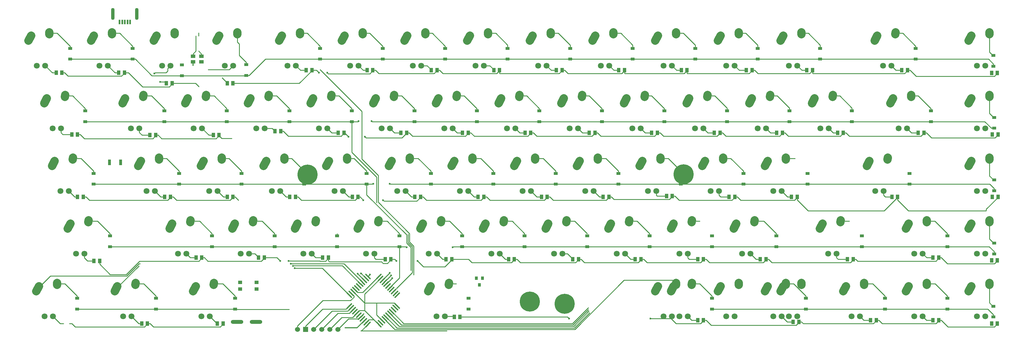
<source format=gbr>
G04 #@! TF.FileFunction,Copper,L2,Bot,Signal*
%FSLAX46Y46*%
G04 Gerber Fmt 4.6, Leading zero omitted, Abs format (unit mm)*
G04 Created by KiCad (PCBNEW (2016-11-25 revision 30df041)-makepkg) date 12/11/16 19:09:30*
%MOMM*%
%LPD*%
G01*
G04 APERTURE LIST*
%ADD10C,0.100000*%
%ADD11C,1.800000*%
%ADD12C,2.500000*%
%ADD13C,2.500000*%
%ADD14C,6.100000*%
%ADD15C,1.524000*%
%ADD16R,1.524000X1.524000*%
%ADD17R,1.250000X1.000000*%
%ADD18R,1.220000X0.910000*%
%ADD19O,1.100000X3.600000*%
%ADD20R,0.500000X1.400000*%
%ADD21C,0.400000*%
%ADD22C,0.400000*%
%ADD23O,3.800000X1.200000*%
%ADD24R,1.400000X1.100000*%
%ADD25R,1.100000X1.400000*%
%ADD26R,0.900000X1.000000*%
%ADD27R,0.900000X1.700000*%
%ADD28C,0.600000*%
%ADD29C,0.250000*%
%ADD30C,0.300000*%
G04 APERTURE END LIST*
D10*
D11*
X58420000Y-33655000D03*
X55880000Y-33655000D03*
D12*
X59670000Y-23785000D03*
D13*
X59689724Y-23495672D02*
X59650276Y-24074328D01*
D12*
X53745000Y-25305000D03*
D13*
X54150453Y-24575046D02*
X53339547Y-26034954D01*
D11*
X15557500Y-33655000D03*
X13017500Y-33655000D03*
D12*
X16807500Y-23785000D03*
D13*
X16827224Y-23495672D02*
X16787776Y-24074328D01*
D12*
X10882500Y-25305000D03*
D13*
X11287953Y-24575046D02*
X10477047Y-26034954D01*
D12*
X34695000Y-25305000D03*
D13*
X35100453Y-24575046D02*
X34289547Y-26034954D01*
D12*
X40620000Y-23785000D03*
D13*
X40639724Y-23495672D02*
X40600276Y-24074328D01*
D11*
X36830000Y-33655000D03*
X39370000Y-33655000D03*
D14*
X168700000Y-87000000D03*
X158100000Y-86350000D03*
X204800000Y-47650000D03*
D15*
X99750000Y-94800000D03*
X94850000Y-94800000D03*
X92400000Y-94800000D03*
D16*
X89950000Y-94800000D03*
D15*
X97300000Y-94800000D03*
X87500000Y-94800000D03*
D14*
X90500000Y-47700000D03*
D17*
X75000000Y-82500000D03*
X75000000Y-80500000D03*
X70000000Y-82500000D03*
X70000000Y-80500000D03*
D18*
X18350000Y-12635000D03*
X18350000Y-9365000D03*
X37350000Y-12635000D03*
X37350000Y-9365000D03*
X52324000Y-17637000D03*
X52324000Y-14367000D03*
X71900000Y-17585000D03*
X71900000Y-14315000D03*
X94350000Y-12635000D03*
X94350000Y-9365000D03*
X113350000Y-12635000D03*
X113350000Y-9365000D03*
X132350000Y-12635000D03*
X132350000Y-9365000D03*
X151350000Y-12635000D03*
X151350000Y-9365000D03*
X170350000Y-12635000D03*
X170350000Y-9365000D03*
X189350000Y-12635000D03*
X189350000Y-9365000D03*
X208350000Y-12635000D03*
X208350000Y-9365000D03*
X227350000Y-12635000D03*
X227350000Y-9365000D03*
X246350000Y-12635000D03*
X246350000Y-9365000D03*
X275350000Y-12635000D03*
X275350000Y-9365000D03*
X299000000Y-14800000D03*
X299000000Y-11530000D03*
X23000000Y-31635000D03*
X23000000Y-28365000D03*
X47000000Y-31635000D03*
X47000000Y-28365000D03*
X66000000Y-31635000D03*
X66000000Y-28365000D03*
X85000000Y-31635000D03*
X85000000Y-28365000D03*
X104000000Y-31635000D03*
X104000000Y-28365000D03*
X123000000Y-31635000D03*
X123000000Y-28365000D03*
X142000000Y-31635000D03*
X142000000Y-28365000D03*
X161000000Y-31635000D03*
X161000000Y-28365000D03*
X180000000Y-31635000D03*
X180000000Y-28365000D03*
X199000000Y-31635000D03*
X199000000Y-28365000D03*
X218000000Y-31635000D03*
X218000000Y-28365000D03*
X237000000Y-31635000D03*
X237000000Y-28365000D03*
X256000000Y-31635000D03*
X256000000Y-28365000D03*
X280000000Y-31635000D03*
X280000000Y-28365000D03*
X299200000Y-33635000D03*
X299200000Y-30365000D03*
X25500000Y-50635000D03*
X25500000Y-47365000D03*
X51500000Y-50635000D03*
X51500000Y-47365000D03*
X70500000Y-50635000D03*
X70500000Y-47365000D03*
X89500000Y-50635000D03*
X89500000Y-47365000D03*
X108500000Y-50635000D03*
X108500000Y-47365000D03*
X128000000Y-50635000D03*
X128000000Y-47365000D03*
X147000000Y-50635000D03*
X147000000Y-47365000D03*
X166000000Y-50635000D03*
X166000000Y-47365000D03*
X185000000Y-50635000D03*
X185000000Y-47365000D03*
X204000000Y-50635000D03*
X204000000Y-47365000D03*
X223000000Y-50635000D03*
X223000000Y-47365000D03*
X242500000Y-50635000D03*
X242500000Y-47365000D03*
X273500000Y-50635000D03*
X273500000Y-47365000D03*
D19*
X38650000Y1100000D03*
D20*
X33400000Y-1300000D03*
X34200000Y-1300000D03*
X35000000Y-1300000D03*
X35800000Y-1300000D03*
X36600000Y-1300000D03*
D19*
X31350000Y1100000D03*
D21*
X108873654Y-93283200D03*
D22*
X108237258Y-93919596D02*
X109510050Y-92646804D01*
D21*
X108307969Y-92717514D03*
D22*
X107671573Y-93353910D02*
X108944365Y-92081118D01*
D21*
X107742284Y-92151829D03*
D22*
X107105888Y-92788225D02*
X108378680Y-91515433D01*
D21*
X107176598Y-91586144D03*
D22*
X106540202Y-92222540D02*
X107812994Y-90949748D01*
D21*
X106610913Y-91020458D03*
D22*
X105974517Y-91656854D02*
X107247309Y-90384062D01*
D21*
X106045227Y-90454773D03*
D22*
X105408831Y-91091169D02*
X106681623Y-89818377D01*
D21*
X105479542Y-89889087D03*
D22*
X104843146Y-90525483D02*
X106115938Y-89252691D01*
D21*
X104913856Y-89323402D03*
D22*
X104277460Y-89959798D02*
X105550252Y-88687006D01*
D21*
X104348171Y-88757716D03*
D22*
X103711775Y-89394112D02*
X104984567Y-88121320D01*
D21*
X103782486Y-88192031D03*
D22*
X103146090Y-88828427D02*
X104418882Y-87555635D01*
D21*
X103216800Y-87626346D03*
D22*
X102580404Y-88262742D02*
X103853196Y-86989950D01*
D21*
X103216800Y-84373654D03*
D22*
X102580404Y-83737258D02*
X103853196Y-85010050D01*
D21*
X103782486Y-83807969D03*
D22*
X103146090Y-83171573D02*
X104418882Y-84444365D01*
D21*
X104348171Y-83242284D03*
D22*
X103711775Y-82605888D02*
X104984567Y-83878680D01*
D21*
X104913856Y-82676598D03*
D22*
X104277460Y-82040202D02*
X105550252Y-83312994D01*
D21*
X105479542Y-82110913D03*
D22*
X104843146Y-81474517D02*
X106115938Y-82747309D01*
D21*
X106045227Y-81545227D03*
D22*
X105408831Y-80908831D02*
X106681623Y-82181623D01*
D21*
X106610913Y-80979542D03*
D22*
X105974517Y-80343146D02*
X107247309Y-81615938D01*
D21*
X107176598Y-80413856D03*
D22*
X106540202Y-79777460D02*
X107812994Y-81050252D01*
D21*
X107742284Y-79848171D03*
D22*
X107105888Y-79211775D02*
X108378680Y-80484567D01*
D21*
X108307969Y-79282486D03*
D22*
X107671573Y-78646090D02*
X108944365Y-79918882D01*
D21*
X108873654Y-78716800D03*
D22*
X108237258Y-78080404D02*
X109510050Y-79353196D01*
D21*
X112126346Y-78716800D03*
D22*
X111489950Y-79353196D02*
X112762742Y-78080404D01*
D21*
X112692031Y-79282486D03*
D22*
X112055635Y-79918882D02*
X113328427Y-78646090D01*
D21*
X113257716Y-79848171D03*
D22*
X112621320Y-80484567D02*
X113894112Y-79211775D01*
D21*
X113823402Y-80413856D03*
D22*
X113187006Y-81050252D02*
X114459798Y-79777460D01*
D21*
X114389087Y-80979542D03*
D22*
X113752691Y-81615938D02*
X115025483Y-80343146D01*
D21*
X114954773Y-81545227D03*
D22*
X114318377Y-82181623D02*
X115591169Y-80908831D01*
D21*
X115520458Y-82110913D03*
D22*
X114884062Y-82747309D02*
X116156854Y-81474517D01*
D21*
X116086144Y-82676598D03*
D22*
X115449748Y-83312994D02*
X116722540Y-82040202D01*
D21*
X116651829Y-83242284D03*
D22*
X116015433Y-83878680D02*
X117288225Y-82605888D01*
D21*
X117217514Y-83807969D03*
D22*
X116581118Y-84444365D02*
X117853910Y-83171573D01*
D21*
X117783200Y-84373654D03*
D22*
X117146804Y-85010050D02*
X118419596Y-83737258D01*
D21*
X117783200Y-87626346D03*
D22*
X117146804Y-86989950D02*
X118419596Y-88262742D01*
D21*
X117217514Y-88192031D03*
D22*
X116581118Y-87555635D02*
X117853910Y-88828427D01*
D21*
X116651829Y-88757716D03*
D22*
X116015433Y-88121320D02*
X117288225Y-89394112D01*
D21*
X116086144Y-89323402D03*
D22*
X115449748Y-88687006D02*
X116722540Y-89959798D01*
D21*
X115520458Y-89889087D03*
D22*
X114884062Y-89252691D02*
X116156854Y-90525483D01*
D21*
X114954773Y-90454773D03*
D22*
X114318377Y-89818377D02*
X115591169Y-91091169D01*
D21*
X114389087Y-91020458D03*
D22*
X113752691Y-90384062D02*
X115025483Y-91656854D01*
D21*
X113823402Y-91586144D03*
D22*
X113187006Y-90949748D02*
X114459798Y-92222540D01*
D21*
X113257716Y-92151829D03*
D22*
X112621320Y-91515433D02*
X113894112Y-92788225D01*
D21*
X112692031Y-92717514D03*
D22*
X112055635Y-92081118D02*
X113328427Y-93353910D01*
D21*
X112126346Y-93283200D03*
D22*
X111489950Y-92646804D02*
X112762742Y-93919596D01*
D23*
X74900000Y-92500000D03*
X69100000Y-92500000D03*
D18*
X299200000Y-52635000D03*
X299200000Y-49365000D03*
X30500000Y-69635000D03*
X30500000Y-66365000D03*
X61500000Y-69635000D03*
X61500000Y-66365000D03*
X80500000Y-69635000D03*
X80500000Y-66365000D03*
X99500000Y-69635000D03*
X99500000Y-66365000D03*
X118500000Y-69635000D03*
X118500000Y-66365000D03*
X137500000Y-69635000D03*
X137500000Y-66365000D03*
X156500000Y-69635000D03*
X156500000Y-66365000D03*
X175500000Y-69635000D03*
X175500000Y-66365000D03*
X194500000Y-69635000D03*
X194500000Y-66365000D03*
X213500000Y-69635000D03*
X213500000Y-66365000D03*
X233000000Y-69635000D03*
X233000000Y-66365000D03*
X259000000Y-69635000D03*
X259000000Y-66365000D03*
X285000000Y-69635000D03*
X285000000Y-66365000D03*
X299200000Y-71835000D03*
X299200000Y-68565000D03*
X20500000Y-88635000D03*
X20500000Y-85365000D03*
X44500000Y-88635000D03*
X44500000Y-85365000D03*
X68500000Y-88635000D03*
X68500000Y-85365000D03*
X139500000Y-88635000D03*
X139500000Y-85365000D03*
X213500000Y-88635000D03*
X213500000Y-85365000D03*
X242000000Y-88635000D03*
X242000000Y-85365000D03*
X266000000Y-88635000D03*
X266000000Y-85365000D03*
X285000000Y-88635000D03*
X285000000Y-85365000D03*
X299000000Y-91035000D03*
X299000000Y-87765000D03*
D24*
X58296000Y-13475000D03*
X58296000Y-11725000D03*
X55696000Y-11725000D03*
X55696000Y-13475000D03*
D11*
X10795000Y-14605000D03*
X8255000Y-14605000D03*
D12*
X12045000Y-4735000D03*
D13*
X12064724Y-4445672D02*
X12025276Y-5024328D01*
D12*
X6120000Y-6255000D03*
D13*
X6525453Y-5525046D02*
X5714547Y-6984954D01*
D11*
X29845000Y-14605000D03*
X27305000Y-14605000D03*
D12*
X31095000Y-4735000D03*
D13*
X31114724Y-4445672D02*
X31075276Y-5024328D01*
D12*
X25170000Y-6255000D03*
D13*
X25575453Y-5525046D02*
X24764547Y-6984954D01*
D12*
X44220000Y-6255000D03*
D13*
X44625453Y-5525046D02*
X43814547Y-6984954D01*
D12*
X50145000Y-4735000D03*
D13*
X50164724Y-4445672D02*
X50125276Y-5024328D01*
D11*
X46355000Y-14605000D03*
X48895000Y-14605000D03*
X67945000Y-14605000D03*
X65405000Y-14605000D03*
D12*
X69195000Y-4735000D03*
D13*
X69214724Y-4445672D02*
X69175276Y-5024328D01*
D12*
X63270000Y-6255000D03*
D13*
X63675453Y-5525046D02*
X62864547Y-6984954D01*
D12*
X82320000Y-6255000D03*
D13*
X82725453Y-5525046D02*
X81914547Y-6984954D01*
D12*
X88245000Y-4735000D03*
D13*
X88264724Y-4445672D02*
X88225276Y-5024328D01*
D11*
X84455000Y-14605000D03*
X86995000Y-14605000D03*
X106045000Y-14605000D03*
X103505000Y-14605000D03*
D12*
X107295000Y-4735000D03*
D13*
X107314724Y-4445672D02*
X107275276Y-5024328D01*
D12*
X101370000Y-6255000D03*
D13*
X101775453Y-5525046D02*
X100964547Y-6984954D01*
D12*
X120420000Y-6255000D03*
D13*
X120825453Y-5525046D02*
X120014547Y-6984954D01*
D12*
X126345000Y-4735000D03*
D13*
X126364724Y-4445672D02*
X126325276Y-5024328D01*
D11*
X122555000Y-14605000D03*
X125095000Y-14605000D03*
X144145000Y-14605000D03*
X141605000Y-14605000D03*
D12*
X145395000Y-4735000D03*
D13*
X145414724Y-4445672D02*
X145375276Y-5024328D01*
D12*
X139470000Y-6255000D03*
D13*
X139875453Y-5525046D02*
X139064547Y-6984954D01*
D12*
X158520000Y-6255000D03*
D13*
X158925453Y-5525046D02*
X158114547Y-6984954D01*
D12*
X164445000Y-4735000D03*
D13*
X164464724Y-4445672D02*
X164425276Y-5024328D01*
D11*
X160655000Y-14605000D03*
X163195000Y-14605000D03*
D12*
X177570000Y-6255000D03*
D13*
X177975453Y-5525046D02*
X177164547Y-6984954D01*
D12*
X183495000Y-4735000D03*
D13*
X183514724Y-4445672D02*
X183475276Y-5024328D01*
D11*
X179705000Y-14605000D03*
X182245000Y-14605000D03*
D12*
X196620000Y-6255000D03*
D13*
X197025453Y-5525046D02*
X196214547Y-6984954D01*
D12*
X202545000Y-4735000D03*
D13*
X202564724Y-4445672D02*
X202525276Y-5024328D01*
D11*
X198755000Y-14605000D03*
X201295000Y-14605000D03*
X220345000Y-14605000D03*
X217805000Y-14605000D03*
D12*
X221595000Y-4735000D03*
D13*
X221614724Y-4445672D02*
X221575276Y-5024328D01*
D12*
X215670000Y-6255000D03*
D13*
X216075453Y-5525046D02*
X215264547Y-6984954D01*
D12*
X234720000Y-6255000D03*
D13*
X235125453Y-5525046D02*
X234314547Y-6984954D01*
D12*
X240645000Y-4735000D03*
D13*
X240664724Y-4445672D02*
X240625276Y-5024328D01*
D11*
X236855000Y-14605000D03*
X239395000Y-14605000D03*
D12*
X263295000Y-6255000D03*
D13*
X263700453Y-5525046D02*
X262889547Y-6984954D01*
D12*
X269220000Y-4735000D03*
D13*
X269239724Y-4445672D02*
X269200276Y-5024328D01*
D11*
X265430000Y-14605000D03*
X267970000Y-14605000D03*
X296545000Y-14605000D03*
X294005000Y-14605000D03*
D12*
X297795000Y-4735000D03*
D13*
X297814724Y-4445672D02*
X297775276Y-5024328D01*
D12*
X291870000Y-6255000D03*
D13*
X292275453Y-5525046D02*
X291464547Y-6984954D01*
D25*
X14125000Y-16750000D03*
X15875000Y-16750000D03*
X34875000Y-16750000D03*
X33125000Y-16750000D03*
X47625000Y-20000000D03*
X49375000Y-20000000D03*
X67875000Y-20000000D03*
X66125000Y-20000000D03*
X90125000Y-16000000D03*
X91875000Y-16000000D03*
X110375000Y-16000000D03*
X108625000Y-16000000D03*
X128125000Y-16000000D03*
X129875000Y-16000000D03*
X147125000Y-16000000D03*
X148875000Y-16000000D03*
X167875000Y-16000000D03*
X166125000Y-16000000D03*
X186875000Y-16000000D03*
X185125000Y-16000000D03*
X205875000Y-16000000D03*
X204125000Y-16000000D03*
X223875000Y-16000000D03*
X225625000Y-16000000D03*
X244000000Y-16000000D03*
X242250000Y-16000000D03*
X272875000Y-16000000D03*
X271125000Y-16000000D03*
X298425000Y-16800000D03*
X300175000Y-16800000D03*
D12*
X72795000Y-25305000D03*
D13*
X73200453Y-24575046D02*
X72389547Y-26034954D01*
D12*
X78720000Y-23785000D03*
D13*
X78739724Y-23495672D02*
X78700276Y-24074328D01*
D11*
X74930000Y-33655000D03*
X77470000Y-33655000D03*
X96520000Y-33655000D03*
X93980000Y-33655000D03*
D12*
X97770000Y-23785000D03*
D13*
X97789724Y-23495672D02*
X97750276Y-24074328D01*
D12*
X91845000Y-25305000D03*
D13*
X92250453Y-24575046D02*
X91439547Y-26034954D01*
D12*
X110895000Y-25305000D03*
D13*
X111300453Y-24575046D02*
X110489547Y-26034954D01*
D12*
X116820000Y-23785000D03*
D13*
X116839724Y-23495672D02*
X116800276Y-24074328D01*
D11*
X113030000Y-33655000D03*
X115570000Y-33655000D03*
X134620000Y-33655000D03*
X132080000Y-33655000D03*
D12*
X135870000Y-23785000D03*
D13*
X135889724Y-23495672D02*
X135850276Y-24074328D01*
D12*
X129945000Y-25305000D03*
D13*
X130350453Y-24575046D02*
X129539547Y-26034954D01*
D12*
X148995000Y-25305000D03*
D13*
X149400453Y-24575046D02*
X148589547Y-26034954D01*
D12*
X154920000Y-23785000D03*
D13*
X154939724Y-23495672D02*
X154900276Y-24074328D01*
D11*
X151130000Y-33655000D03*
X153670000Y-33655000D03*
D12*
X168045000Y-25305000D03*
D13*
X168450453Y-24575046D02*
X167639547Y-26034954D01*
D12*
X173970000Y-23785000D03*
D13*
X173989724Y-23495672D02*
X173950276Y-24074328D01*
D11*
X170180000Y-33655000D03*
X172720000Y-33655000D03*
D12*
X187095000Y-25305000D03*
D13*
X187500453Y-24575046D02*
X186689547Y-26034954D01*
D12*
X193020000Y-23785000D03*
D13*
X193039724Y-23495672D02*
X193000276Y-24074328D01*
D11*
X189230000Y-33655000D03*
X191770000Y-33655000D03*
D12*
X206145000Y-25305000D03*
D13*
X206550453Y-24575046D02*
X205739547Y-26034954D01*
D12*
X212070000Y-23785000D03*
D13*
X212089724Y-23495672D02*
X212050276Y-24074328D01*
D11*
X208280000Y-33655000D03*
X210820000Y-33655000D03*
X229870000Y-33655000D03*
X227330000Y-33655000D03*
D12*
X231120000Y-23785000D03*
D13*
X231139724Y-23495672D02*
X231100276Y-24074328D01*
D12*
X225195000Y-25305000D03*
D13*
X225600453Y-24575046D02*
X224789547Y-26034954D01*
D11*
X248920000Y-33655000D03*
X246380000Y-33655000D03*
D12*
X250170000Y-23785000D03*
D13*
X250189724Y-23495672D02*
X250150276Y-24074328D01*
D12*
X244245000Y-25305000D03*
D13*
X244650453Y-24575046D02*
X243839547Y-26034954D01*
D12*
X268057500Y-25305000D03*
D13*
X268462953Y-24575046D02*
X267652047Y-26034954D01*
D12*
X273982500Y-23785000D03*
D13*
X274002224Y-23495672D02*
X273962776Y-24074328D01*
D11*
X270192500Y-33655000D03*
X272732500Y-33655000D03*
X296545000Y-33655000D03*
X294005000Y-33655000D03*
D12*
X297795000Y-23785000D03*
D13*
X297814724Y-23495672D02*
X297775276Y-24074328D01*
D12*
X291870000Y-25305000D03*
D13*
X292275453Y-24575046D02*
X291464547Y-26034954D01*
D25*
X18875000Y-35500000D03*
X20625000Y-35500000D03*
X42625000Y-35750000D03*
X44375000Y-35750000D03*
X61875000Y-35750000D03*
X63625000Y-35750000D03*
X82375000Y-34500000D03*
X80625000Y-34500000D03*
X99875000Y-35000000D03*
X101625000Y-35000000D03*
X120625000Y-35000000D03*
X118875000Y-35000000D03*
X137625000Y-35000000D03*
X139375000Y-35000000D03*
X158375000Y-35000000D03*
X156625000Y-35000000D03*
X176125000Y-35000000D03*
X177875000Y-35000000D03*
X196875000Y-35000000D03*
X195125000Y-35000000D03*
X214125000Y-35000000D03*
X215875000Y-35000000D03*
X234875000Y-35000000D03*
X233125000Y-35000000D03*
X251625000Y-35000000D03*
X253375000Y-35000000D03*
X277875000Y-35000000D03*
X276125000Y-35000000D03*
X298625000Y-35500000D03*
X300375000Y-35500000D03*
D11*
X17938750Y-52705000D03*
X15398750Y-52705000D03*
D12*
X19188750Y-42835000D03*
D13*
X19208474Y-42545672D02*
X19169026Y-43124328D01*
D12*
X13263750Y-44355000D03*
D13*
X13669203Y-43625046D02*
X12858297Y-45084954D01*
D12*
X39457400Y-44355000D03*
D13*
X39862853Y-43625046D02*
X39051947Y-45084954D01*
D12*
X45382400Y-42835000D03*
D13*
X45402124Y-42545672D02*
X45362676Y-43124328D01*
D11*
X41592400Y-52705000D03*
X44132400Y-52705000D03*
X63182400Y-52705000D03*
X60642400Y-52705000D03*
D12*
X64432400Y-42835000D03*
D13*
X64452124Y-42545672D02*
X64412676Y-43124328D01*
D12*
X58507400Y-44355000D03*
D13*
X58912853Y-43625046D02*
X58101947Y-45084954D01*
D12*
X77557400Y-44355000D03*
D13*
X77962853Y-43625046D02*
X77151947Y-45084954D01*
D12*
X83482400Y-42835000D03*
D13*
X83502124Y-42545672D02*
X83462676Y-43124328D01*
D11*
X79692400Y-52705000D03*
X82232400Y-52705000D03*
D12*
X96607400Y-44355000D03*
D13*
X97012853Y-43625046D02*
X96201947Y-45084954D01*
D12*
X102532400Y-42835000D03*
D13*
X102552124Y-42545672D02*
X102512676Y-43124328D01*
D11*
X98742400Y-52705000D03*
X101282400Y-52705000D03*
X120332400Y-52705000D03*
X117792400Y-52705000D03*
D12*
X121582400Y-42835000D03*
D13*
X121602124Y-42545672D02*
X121562676Y-43124328D01*
D12*
X115657400Y-44355000D03*
D13*
X116062853Y-43625046D02*
X115251947Y-45084954D01*
D12*
X134707400Y-44355000D03*
D13*
X135112853Y-43625046D02*
X134301947Y-45084954D01*
D12*
X140632400Y-42835000D03*
D13*
X140652124Y-42545672D02*
X140612676Y-43124328D01*
D11*
X136842400Y-52705000D03*
X139382400Y-52705000D03*
X158432400Y-52705000D03*
X155892400Y-52705000D03*
D12*
X159682400Y-42835000D03*
D13*
X159702124Y-42545672D02*
X159662676Y-43124328D01*
D12*
X153757400Y-44355000D03*
D13*
X154162853Y-43625046D02*
X153351947Y-45084954D01*
D12*
X172807400Y-44355000D03*
D13*
X173212853Y-43625046D02*
X172401947Y-45084954D01*
D12*
X178732400Y-42835000D03*
D13*
X178752124Y-42545672D02*
X178712676Y-43124328D01*
D11*
X174942400Y-52705000D03*
X177482400Y-52705000D03*
X196532400Y-52705000D03*
X193992400Y-52705000D03*
D12*
X197782400Y-42835000D03*
D13*
X197802124Y-42545672D02*
X197762676Y-43124328D01*
D12*
X191857400Y-44355000D03*
D13*
X192262853Y-43625046D02*
X191451947Y-45084954D01*
D12*
X210907400Y-44355000D03*
D13*
X211312853Y-43625046D02*
X210501947Y-45084954D01*
D12*
X216832400Y-42835000D03*
D13*
X216852124Y-42545672D02*
X216812676Y-43124328D01*
D11*
X213042400Y-52705000D03*
X215582400Y-52705000D03*
X234632400Y-52705000D03*
X232092400Y-52705000D03*
D12*
X235882400Y-42835000D03*
D13*
X235902124Y-42545672D02*
X235862676Y-43124328D01*
D12*
X229957400Y-44355000D03*
D13*
X230362853Y-43625046D02*
X229551947Y-45084954D01*
D11*
X265588650Y-52705000D03*
X263048650Y-52705000D03*
D12*
X266838650Y-42835000D03*
D13*
X266858374Y-42545672D02*
X266818926Y-43124328D01*
D12*
X260913650Y-44355000D03*
D13*
X261319103Y-43625046D02*
X260508197Y-45084954D01*
D11*
X296545000Y-52705000D03*
X294005000Y-52705000D03*
D12*
X297795000Y-42835000D03*
D13*
X297814724Y-42545672D02*
X297775276Y-43124328D01*
D12*
X291870000Y-44355000D03*
D13*
X292275453Y-43625046D02*
X291464547Y-45084954D01*
D25*
X22375000Y-54500000D03*
X20625000Y-54500000D03*
X47125000Y-54500000D03*
X48875000Y-54500000D03*
X67875000Y-54500000D03*
X66125000Y-54500000D03*
X85125000Y-54500000D03*
X86875000Y-54500000D03*
X105875000Y-54500000D03*
X104125000Y-54500000D03*
X124875000Y-54500000D03*
X123125000Y-54500000D03*
X142375000Y-54500000D03*
X144125000Y-54500000D03*
X161625000Y-54500000D03*
X163375000Y-54500000D03*
X182125000Y-54500000D03*
X180375000Y-54500000D03*
X199625000Y-54250000D03*
X201375000Y-54250000D03*
X220375000Y-54500000D03*
X218625000Y-54500000D03*
X237625000Y-54500000D03*
X239375000Y-54500000D03*
X269875000Y-54500000D03*
X268125000Y-54500000D03*
X298625000Y-54500000D03*
X300375000Y-54500000D03*
D12*
X18026250Y-63405000D03*
D13*
X18431703Y-62675046D02*
X17620797Y-64134954D01*
D12*
X23951250Y-61885000D03*
D13*
X23970974Y-61595672D02*
X23931526Y-62174328D01*
D11*
X20161250Y-71755000D03*
X22701250Y-71755000D03*
X53657500Y-71755000D03*
X51117500Y-71755000D03*
D12*
X54907500Y-61885000D03*
D13*
X54927224Y-61595672D02*
X54887776Y-62174328D01*
D12*
X48982500Y-63405000D03*
D13*
X49387953Y-62675046D02*
X48577047Y-64134954D01*
D12*
X68032500Y-63405000D03*
D13*
X68437953Y-62675046D02*
X67627047Y-64134954D01*
D12*
X73957500Y-61885000D03*
D13*
X73977224Y-61595672D02*
X73937776Y-62174328D01*
D11*
X70167500Y-71755000D03*
X72707500Y-71755000D03*
X91757500Y-71755000D03*
X89217500Y-71755000D03*
D12*
X93007500Y-61885000D03*
D13*
X93027224Y-61595672D02*
X92987776Y-62174328D01*
D12*
X87082500Y-63405000D03*
D13*
X87487953Y-62675046D02*
X86677047Y-64134954D01*
D12*
X106132500Y-63405000D03*
D13*
X106537953Y-62675046D02*
X105727047Y-64134954D01*
D12*
X112057500Y-61885000D03*
D13*
X112077224Y-61595672D02*
X112037776Y-62174328D01*
D11*
X108267500Y-71755000D03*
X110807500Y-71755000D03*
X129857500Y-71755000D03*
X127317500Y-71755000D03*
D12*
X131107500Y-61885000D03*
D13*
X131127224Y-61595672D02*
X131087776Y-62174328D01*
D12*
X125182500Y-63405000D03*
D13*
X125587953Y-62675046D02*
X124777047Y-64134954D01*
D12*
X144232500Y-63405000D03*
D13*
X144637953Y-62675046D02*
X143827047Y-64134954D01*
D12*
X150157500Y-61885000D03*
D13*
X150177224Y-61595672D02*
X150137776Y-62174328D01*
D11*
X146367500Y-71755000D03*
X148907500Y-71755000D03*
X167957500Y-71755000D03*
X165417500Y-71755000D03*
D12*
X169207500Y-61885000D03*
D13*
X169227224Y-61595672D02*
X169187776Y-62174328D01*
D12*
X163282500Y-63405000D03*
D13*
X163687953Y-62675046D02*
X162877047Y-64134954D01*
D12*
X182332500Y-63405000D03*
D13*
X182737953Y-62675046D02*
X181927047Y-64134954D01*
D12*
X188257500Y-61885000D03*
D13*
X188277224Y-61595672D02*
X188237776Y-62174328D01*
D11*
X184467500Y-71755000D03*
X187007500Y-71755000D03*
X206057500Y-71755000D03*
X203517500Y-71755000D03*
D12*
X207307500Y-61885000D03*
D13*
X207327224Y-61595672D02*
X207287776Y-62174328D01*
D12*
X201382500Y-63405000D03*
D13*
X201787953Y-62675046D02*
X200977047Y-64134954D01*
D12*
X220432500Y-63405000D03*
D13*
X220837953Y-62675046D02*
X220027047Y-64134954D01*
D12*
X226357500Y-61885000D03*
D13*
X226377224Y-61595672D02*
X226337776Y-62174328D01*
D11*
X222567500Y-71755000D03*
X225107500Y-71755000D03*
D12*
X246626250Y-63405000D03*
D13*
X247031703Y-62675046D02*
X246220797Y-64134954D01*
D12*
X252551250Y-61885000D03*
D13*
X252570974Y-61595672D02*
X252531526Y-62174328D01*
D11*
X248761250Y-71755000D03*
X251301250Y-71755000D03*
X277495000Y-71755000D03*
X274955000Y-71755000D03*
D12*
X278745000Y-61885000D03*
D13*
X278764724Y-61595672D02*
X278725276Y-62174328D01*
D12*
X272820000Y-63405000D03*
D13*
X273225453Y-62675046D02*
X272414547Y-64134954D01*
D12*
X291870000Y-63405000D03*
D13*
X292275453Y-62675046D02*
X291464547Y-64134954D01*
D12*
X297795000Y-61885000D03*
D13*
X297814724Y-61595672D02*
X297775276Y-62174328D01*
D11*
X294005000Y-71755000D03*
X296545000Y-71755000D03*
D25*
X25625000Y-74000000D03*
X27375000Y-74000000D03*
X58375000Y-73000000D03*
X56625000Y-73000000D03*
X75625000Y-73000000D03*
X77375000Y-73000000D03*
X96875000Y-73000000D03*
X95125000Y-73000000D03*
X114125000Y-73500000D03*
X115875000Y-73500000D03*
X134375000Y-73500000D03*
X132625000Y-73500000D03*
X151625000Y-73500000D03*
X153375000Y-73500000D03*
X172875000Y-73500000D03*
X171125000Y-73500000D03*
X190125000Y-73500000D03*
X191875000Y-73500000D03*
X210875000Y-73500000D03*
X209125000Y-73500000D03*
X228125000Y-73500000D03*
X229875000Y-73500000D03*
X254625000Y-73500000D03*
X256375000Y-73500000D03*
X280625000Y-73000000D03*
X282375000Y-73000000D03*
X300175000Y-73800000D03*
X298425000Y-73800000D03*
D26*
X141800000Y-79250000D03*
X143700000Y-79250000D03*
X142750000Y-81250000D03*
D11*
X13176250Y-90805000D03*
X10636250Y-90805000D03*
D12*
X14426250Y-80935000D03*
D13*
X14445974Y-80645672D02*
X14406526Y-81224328D01*
D12*
X8501250Y-82455000D03*
D13*
X8906703Y-81725046D02*
X8095797Y-83184954D01*
D12*
X32313750Y-82455000D03*
D13*
X32719203Y-81725046D02*
X31908297Y-83184954D01*
D12*
X38238750Y-80935000D03*
D13*
X38258474Y-80645672D02*
X38219026Y-81224328D01*
D11*
X34448750Y-90805000D03*
X36988750Y-90805000D03*
D12*
X56126250Y-82455000D03*
D13*
X56531703Y-81725046D02*
X55720797Y-83184954D01*
D12*
X62051250Y-80935000D03*
D13*
X62070974Y-80645672D02*
X62031526Y-81224328D01*
D11*
X58261250Y-90805000D03*
X60801250Y-90805000D03*
D12*
X127563750Y-82455000D03*
D13*
X127969203Y-81725046D02*
X127158297Y-83184954D01*
D12*
X133488750Y-80935000D03*
D13*
X133508474Y-80645672D02*
X133469026Y-81224328D01*
D11*
X129698750Y-90805000D03*
X132238750Y-90805000D03*
X206057500Y-90805000D03*
X203517500Y-90805000D03*
D12*
X207307500Y-80935000D03*
D13*
X207327224Y-80645672D02*
X207287776Y-81224328D01*
D12*
X201382500Y-82455000D03*
D13*
X201787953Y-81725046D02*
X200977047Y-83184954D01*
D12*
X253770000Y-82455000D03*
D13*
X254175453Y-81725046D02*
X253364547Y-83184954D01*
D12*
X259695000Y-80935000D03*
D13*
X259714724Y-80645672D02*
X259675276Y-81224328D01*
D11*
X255905000Y-90805000D03*
X258445000Y-90805000D03*
X277495000Y-90805000D03*
X274955000Y-90805000D03*
D12*
X278745000Y-80935000D03*
D13*
X278764724Y-80645672D02*
X278725276Y-81224328D01*
D12*
X272820000Y-82455000D03*
D13*
X273225453Y-81725046D02*
X272414547Y-83184954D01*
D25*
X41875000Y-93000000D03*
X40125000Y-93000000D03*
X63125000Y-93000000D03*
X64875000Y-93000000D03*
X136875000Y-91000000D03*
X135125000Y-91000000D03*
X210875000Y-92000000D03*
X209125000Y-92000000D03*
X238125000Y-92500000D03*
X239875000Y-92500000D03*
X263375000Y-92000000D03*
X261625000Y-92000000D03*
X280625000Y-92000000D03*
X282375000Y-92000000D03*
X300175000Y-93000000D03*
X298425000Y-93000000D03*
D27*
X33700000Y-44000000D03*
X30300000Y-44000000D03*
D12*
X215670000Y-82455000D03*
D13*
X216075453Y-81725046D02*
X215264547Y-83184954D01*
D12*
X221595000Y-80935000D03*
D13*
X221614724Y-80645672D02*
X221575276Y-81224328D01*
D11*
X217805000Y-90805000D03*
X220345000Y-90805000D03*
D12*
X229957500Y-82455000D03*
D13*
X230362953Y-81725046D02*
X229552047Y-83184954D01*
D12*
X235882500Y-80935000D03*
D13*
X235902224Y-80645672D02*
X235862776Y-81224328D01*
D11*
X232092500Y-90805000D03*
X234632500Y-90805000D03*
D12*
X291870000Y-82455000D03*
D13*
X292275453Y-81725046D02*
X291464547Y-83184954D01*
D12*
X297795000Y-80935000D03*
D13*
X297814724Y-80645672D02*
X297775276Y-81224328D01*
D11*
X294005000Y-90805000D03*
X296545000Y-90805000D03*
D12*
X196620000Y-82455000D03*
D13*
X197025453Y-81725046D02*
X196214547Y-83184954D01*
D12*
X202545000Y-80935000D03*
D13*
X202564724Y-80645672D02*
X202525276Y-81224328D01*
D11*
X198755000Y-90805000D03*
X201295000Y-90805000D03*
X239395000Y-90805000D03*
X236855000Y-90805000D03*
D12*
X240645000Y-80935000D03*
D13*
X240664724Y-80645672D02*
X240625276Y-81224328D01*
D12*
X234720000Y-82455000D03*
D13*
X235125453Y-81725046D02*
X234314547Y-83184954D01*
D28*
X109500000Y-78100000D03*
X86650000Y-76200000D03*
X105800000Y-77900000D03*
X110000000Y-31500000D03*
X106000000Y-31500000D03*
X115500000Y-50500000D03*
X110500000Y-50500000D03*
X134620000Y-69850000D03*
X120650000Y-69850000D03*
X85450000Y-74850000D03*
X86100000Y-75500000D03*
X106800000Y-77800000D03*
X115500000Y-77600000D03*
X115900000Y-78400000D03*
X116300000Y-79200000D03*
X45750000Y-19500000D03*
X44000000Y-17000000D03*
X124000000Y-74000000D03*
X117500000Y-74000000D03*
X84750000Y-74000000D03*
X82250000Y-74000000D03*
X113500000Y-55500000D03*
X107500000Y-55500000D03*
X108000000Y-36250000D03*
X103000000Y-36250000D03*
X96500000Y-16750000D03*
X94000000Y-16750000D03*
X170000000Y-91500000D03*
X194750000Y-91500000D03*
D29*
X122820019Y-78205464D02*
X122820019Y-69477199D01*
X122820019Y-69477199D02*
X121550020Y-68207200D01*
X121550020Y-68207200D02*
X121550019Y-65667199D01*
X121550019Y-65667199D02*
X112000000Y-56117180D01*
X112000000Y-56117180D02*
X112000000Y-48000000D01*
X112000000Y-48000000D02*
X107000000Y-43000000D01*
X107000000Y-43000000D02*
X107000000Y-28500000D01*
X107000000Y-28500000D02*
X94350000Y-15850000D01*
X122370010Y-77524103D02*
X117500356Y-82393757D01*
X121100010Y-68393600D02*
X122370010Y-69663600D01*
X121100010Y-65853600D02*
X121100010Y-68393600D01*
X122370010Y-69663600D02*
X122370010Y-77524103D01*
X57396000Y-5550000D02*
X57396000Y-4600000D01*
X97300000Y-94800000D02*
X100934593Y-91165407D01*
X100934593Y-91165407D02*
X104203222Y-91165407D01*
X104203222Y-91165407D02*
X106328069Y-89040560D01*
X111500000Y-86777819D02*
X116934673Y-86777819D01*
X107883706Y-86777819D02*
X111500000Y-86777819D01*
X111500000Y-86777819D02*
X111500000Y-90394113D01*
X111500000Y-90394113D02*
X113257716Y-92151829D01*
X116934673Y-86777819D02*
X117783200Y-87626346D01*
X107883706Y-86777819D02*
X107883706Y-84090811D01*
X107883706Y-84090811D02*
X112692031Y-79282486D01*
X107883706Y-89040560D02*
X107883706Y-86777819D01*
X107883706Y-86777819D02*
X104348171Y-83242284D01*
X110712133Y-91868987D02*
X107883706Y-89040560D01*
X107883706Y-89040560D02*
X106328069Y-89040560D01*
X106328069Y-89040560D02*
X105479542Y-89889087D01*
X108307969Y-92717514D02*
X109156496Y-91868987D01*
X109156496Y-91868987D02*
X110712133Y-91868987D01*
X110712133Y-91868987D02*
X111277819Y-92434673D01*
X111277819Y-92434673D02*
X112126346Y-93283200D01*
X99750000Y-94800000D02*
X102934583Y-91615417D01*
X102934583Y-91615417D02*
X106015954Y-91615417D01*
X106015954Y-91615417D02*
X107631371Y-90000000D01*
X112126346Y-78716800D02*
X107318021Y-83525125D01*
X107318021Y-83525125D02*
X105762383Y-83525125D01*
X105762383Y-83525125D02*
X104913856Y-82676598D01*
X116368987Y-87343504D02*
X117217514Y-88192031D01*
X106610913Y-91020458D02*
X107631371Y-90000000D01*
X109500000Y-78100000D02*
X109490454Y-78100000D01*
X109490454Y-78100000D02*
X108873654Y-78716800D01*
X95043146Y-76200000D02*
X86650000Y-76200000D01*
X95043146Y-76200000D02*
X103216800Y-84373654D01*
X105800000Y-77900000D02*
X107742284Y-79842284D01*
X107742284Y-79842284D02*
X107742284Y-79848171D01*
X95192370Y-86030000D02*
X103575722Y-86030000D01*
X103575722Y-86030000D02*
X104631013Y-84974709D01*
X104631013Y-84974709D02*
X104631013Y-84656496D01*
X104631013Y-84656496D02*
X103782486Y-83807969D01*
X87500000Y-94800000D02*
X87500000Y-93722370D01*
X87500000Y-93722370D02*
X95192370Y-86030000D01*
X58296000Y-11650000D02*
X58296000Y-11050000D01*
X58296000Y-11050000D02*
X57396000Y-10150000D01*
X52324000Y-17637000D02*
X71848000Y-17637000D01*
X71848000Y-17637000D02*
X71900000Y-17585000D01*
X71835000Y-17650000D02*
X71900000Y-17585000D01*
X299000000Y-14800000D02*
X299000000Y-14095000D01*
X299000000Y-14095000D02*
X297540000Y-12635000D01*
X297540000Y-12635000D02*
X276210000Y-12635000D01*
X276210000Y-12635000D02*
X275350000Y-12635000D01*
X94350000Y-12635000D02*
X80518000Y-12635000D01*
X72760000Y-17585000D02*
X77710000Y-12635000D01*
X71900000Y-17585000D02*
X72760000Y-17585000D01*
X77710000Y-12635000D02*
X80518000Y-12635000D01*
X37350000Y-12635000D02*
X38210000Y-12635000D01*
X51464000Y-17637000D02*
X52324000Y-17637000D01*
X38210000Y-12635000D02*
X43212000Y-17637000D01*
X43212000Y-17637000D02*
X51464000Y-17637000D01*
X37350000Y-12635000D02*
X18350000Y-12635000D01*
X113350000Y-12635000D02*
X94350000Y-12635000D01*
X132350000Y-12635000D02*
X113350000Y-12635000D01*
X151350000Y-12635000D02*
X132350000Y-12635000D01*
X170350000Y-12635000D02*
X151350000Y-12635000D01*
X189350000Y-12635000D02*
X170350000Y-12635000D01*
X208350000Y-12635000D02*
X189350000Y-12635000D01*
X227350000Y-12635000D02*
X208350000Y-12635000D01*
X246350000Y-12635000D02*
X227350000Y-12635000D01*
X275350000Y-12635000D02*
X246350000Y-12635000D01*
X12045000Y-4735000D02*
X14425000Y-4735000D01*
X14425000Y-4735000D02*
X18350000Y-8660000D01*
X18350000Y-8660000D02*
X18350000Y-9365000D01*
X31095000Y-4735000D02*
X33425000Y-4735000D01*
X33425000Y-4735000D02*
X37350000Y-8660000D01*
X37350000Y-8660000D02*
X37350000Y-9365000D01*
X69800000Y-8000000D02*
X69800000Y-11510000D01*
X69800000Y-11510000D02*
X71900000Y-13610000D01*
X71900000Y-13610000D02*
X71900000Y-14315000D01*
X69195000Y-7395000D02*
X69800000Y-8000000D01*
X69195000Y-4735000D02*
X69195000Y-7395000D01*
X88245000Y-4735000D02*
X90425000Y-4735000D01*
X90425000Y-4735000D02*
X94350000Y-8660000D01*
X94350000Y-8660000D02*
X94350000Y-9365000D01*
X107295000Y-4735000D02*
X109425000Y-4735000D01*
X109425000Y-4735000D02*
X113350000Y-8660000D01*
X113350000Y-8660000D02*
X113350000Y-9365000D01*
X126345000Y-4735000D02*
X128425000Y-4735000D01*
X128425000Y-4735000D02*
X132350000Y-8660000D01*
X132350000Y-8660000D02*
X132350000Y-9365000D01*
X147735000Y-4735000D02*
X151350000Y-8350000D01*
X151350000Y-8350000D02*
X151350000Y-9365000D01*
X145395000Y-4735000D02*
X147735000Y-4735000D01*
X166735000Y-4735000D02*
X170350000Y-8350000D01*
X170350000Y-8350000D02*
X170350000Y-9365000D01*
X164445000Y-4735000D02*
X166735000Y-4735000D01*
X185735000Y-4735000D02*
X189350000Y-8350000D01*
X189350000Y-8350000D02*
X189350000Y-9365000D01*
X183495000Y-4735000D02*
X185735000Y-4735000D01*
X204735000Y-4735000D02*
X208350000Y-8350000D01*
X208350000Y-8350000D02*
X208350000Y-9365000D01*
X202545000Y-4735000D02*
X204735000Y-4735000D01*
X223735000Y-4735000D02*
X227350000Y-8350000D01*
X227350000Y-8350000D02*
X227350000Y-9365000D01*
X221595000Y-4735000D02*
X223735000Y-4735000D01*
X66000000Y-31635000D02*
X66860000Y-31635000D01*
X66860000Y-31635000D02*
X85000000Y-31635000D01*
X299200000Y-33635000D02*
X298340000Y-33635000D01*
X296340000Y-31635000D02*
X280860000Y-31635000D01*
X298340000Y-33635000D02*
X296340000Y-31635000D01*
X280860000Y-31635000D02*
X280000000Y-31635000D01*
X84985000Y-31650000D02*
X85000000Y-31635000D01*
X104000000Y-31635000D02*
X104000000Y-41000000D01*
X104000000Y-41000000D02*
X111500000Y-48500000D01*
X111500000Y-48500000D02*
X111500000Y-56253590D01*
X104000000Y-31635000D02*
X105865000Y-31635000D01*
X110135000Y-31635000D02*
X123000000Y-31635000D01*
X110000000Y-31500000D02*
X110135000Y-31635000D01*
X105865000Y-31635000D02*
X106000000Y-31500000D01*
X23000000Y-31635000D02*
X47000000Y-31635000D01*
X47000000Y-31635000D02*
X66000000Y-31635000D01*
X85000000Y-31635000D02*
X104000000Y-31635000D01*
X123000000Y-31635000D02*
X142000000Y-31635000D01*
X142000000Y-31635000D02*
X161000000Y-31635000D01*
X161000000Y-31635000D02*
X180000000Y-31635000D01*
X180000000Y-31635000D02*
X199000000Y-31635000D01*
X218000000Y-31635000D02*
X217140000Y-31635000D01*
X217140000Y-31635000D02*
X199000000Y-31635000D01*
X237000000Y-31635000D02*
X218000000Y-31635000D01*
X256000000Y-31635000D02*
X237000000Y-31635000D01*
X280000000Y-31635000D02*
X256000000Y-31635000D01*
X242735000Y-4735000D02*
X246350000Y-8350000D01*
X246350000Y-8350000D02*
X246350000Y-9365000D01*
X240645000Y-4735000D02*
X242735000Y-4735000D01*
X269220000Y-4735000D02*
X271425000Y-4735000D01*
X271425000Y-4735000D02*
X275350000Y-8660000D01*
X275350000Y-8660000D02*
X275350000Y-9365000D01*
X297795000Y-4735000D02*
X297795000Y-10480000D01*
X297795000Y-10480000D02*
X298845000Y-11530000D01*
X298845000Y-11530000D02*
X299000000Y-11530000D01*
X16807500Y-23785000D02*
X19125000Y-23785000D01*
X19125000Y-23785000D02*
X23000000Y-27660000D01*
X23000000Y-27660000D02*
X23000000Y-28365000D01*
X40620000Y-23785000D02*
X43125000Y-23785000D01*
X43125000Y-23785000D02*
X47000000Y-27660000D01*
X47000000Y-27660000D02*
X47000000Y-28365000D01*
X59670000Y-23785000D02*
X62125000Y-23785000D01*
X62125000Y-23785000D02*
X66000000Y-27660000D01*
X66000000Y-27660000D02*
X66000000Y-28365000D01*
X78720000Y-23785000D02*
X81125000Y-23785000D01*
X81125000Y-23785000D02*
X85000000Y-27660000D01*
X85000000Y-27660000D02*
X85000000Y-28365000D01*
X97770000Y-23785000D02*
X100125000Y-23785000D01*
X100125000Y-23785000D02*
X104000000Y-27660000D01*
X104000000Y-27660000D02*
X104000000Y-28365000D01*
X116820000Y-23785000D02*
X119125000Y-23785000D01*
X123000000Y-27660000D02*
X123000000Y-28365000D01*
X119125000Y-23785000D02*
X123000000Y-27660000D01*
X135870000Y-23785000D02*
X138125000Y-23785000D01*
X138125000Y-23785000D02*
X142000000Y-27660000D01*
X142000000Y-27660000D02*
X142000000Y-28365000D01*
X154920000Y-23785000D02*
X157125000Y-23785000D01*
X157125000Y-23785000D02*
X161000000Y-27660000D01*
X161000000Y-27660000D02*
X161000000Y-28365000D01*
X146140000Y-50635000D02*
X128000000Y-50635000D01*
X166000000Y-50635000D02*
X147000000Y-50635000D01*
X147000000Y-50635000D02*
X146140000Y-50635000D01*
X70500000Y-50635000D02*
X89500000Y-50635000D01*
X299200000Y-52635000D02*
X299200000Y-51930000D01*
X299200000Y-51930000D02*
X297905000Y-50635000D01*
X297905000Y-50635000D02*
X274360000Y-50635000D01*
X274360000Y-50635000D02*
X273500000Y-50635000D01*
X89465000Y-50600000D02*
X89500000Y-50635000D01*
X108500000Y-50635000D02*
X110365000Y-50635000D01*
X115635000Y-50635000D02*
X128000000Y-50635000D01*
X115500000Y-50500000D02*
X115635000Y-50635000D01*
X110365000Y-50635000D02*
X110500000Y-50500000D01*
X121920000Y-71120000D02*
X121920000Y-76842742D01*
X120650000Y-66040000D02*
X120650000Y-68580000D01*
X108500000Y-53890000D02*
X120650000Y-66040000D01*
X108500000Y-50635000D02*
X108500000Y-53890000D01*
X121920000Y-69850000D02*
X121920000Y-71120000D01*
X120650000Y-68580000D02*
X121920000Y-69850000D01*
X25500000Y-50635000D02*
X51500000Y-50635000D01*
X70500000Y-50635000D02*
X69640000Y-50635000D01*
X69640000Y-50635000D02*
X51500000Y-50635000D01*
X89500000Y-50635000D02*
X88640000Y-50635000D01*
X108500000Y-50635000D02*
X107640000Y-50635000D01*
X107640000Y-50635000D02*
X89500000Y-50635000D01*
X128000000Y-50635000D02*
X127140000Y-50635000D01*
X185000000Y-50635000D02*
X166000000Y-50635000D01*
X204000000Y-50635000D02*
X185000000Y-50635000D01*
X223000000Y-50635000D02*
X222140000Y-50635000D01*
X222140000Y-50635000D02*
X204000000Y-50635000D01*
X242500000Y-50635000D02*
X223000000Y-50635000D01*
X273500000Y-50635000D02*
X242500000Y-50635000D01*
X173970000Y-23785000D02*
X176125000Y-23785000D01*
X176125000Y-23785000D02*
X180000000Y-27660000D01*
X180000000Y-27660000D02*
X180000000Y-28365000D01*
X193020000Y-23785000D02*
X195125000Y-23785000D01*
X195125000Y-23785000D02*
X199000000Y-27660000D01*
X199000000Y-27660000D02*
X199000000Y-28365000D01*
X214285000Y-23785000D02*
X218000000Y-27500000D01*
X218000000Y-27500000D02*
X218000000Y-28365000D01*
X212070000Y-23785000D02*
X214285000Y-23785000D01*
X233285000Y-23785000D02*
X237000000Y-27500000D01*
X237000000Y-27500000D02*
X237000000Y-28365000D01*
X231120000Y-23785000D02*
X233285000Y-23785000D01*
X252285000Y-23785000D02*
X256000000Y-27500000D01*
X256000000Y-27500000D02*
X256000000Y-28365000D01*
X250170000Y-23785000D02*
X252285000Y-23785000D01*
X273982500Y-23785000D02*
X276125000Y-23785000D01*
X276125000Y-23785000D02*
X280000000Y-27660000D01*
X280000000Y-27660000D02*
X280000000Y-28365000D01*
X297795000Y-23785000D02*
X297795000Y-29115000D01*
X297795000Y-29115000D02*
X299045000Y-30365000D01*
X299045000Y-30365000D02*
X299200000Y-30365000D01*
X19188750Y-42835000D02*
X21675000Y-42835000D01*
X21675000Y-42835000D02*
X25500000Y-46660000D01*
X25500000Y-46660000D02*
X25500000Y-47365000D01*
X45382400Y-42835000D02*
X47675000Y-42835000D01*
X47675000Y-42835000D02*
X51500000Y-46660000D01*
X51500000Y-46660000D02*
X51500000Y-47365000D01*
X64432400Y-42835000D02*
X66675000Y-42835000D01*
X66675000Y-42835000D02*
X70500000Y-46660000D01*
X70500000Y-46660000D02*
X70500000Y-47365000D01*
X83482400Y-42835000D02*
X85675000Y-42835000D01*
X85675000Y-42835000D02*
X89500000Y-46660000D01*
X89500000Y-46660000D02*
X89500000Y-47365000D01*
X80500000Y-69635000D02*
X99500000Y-69635000D01*
X299200000Y-71835000D02*
X299200000Y-71130000D01*
X299200000Y-71130000D02*
X297705000Y-69635000D01*
X297705000Y-69635000D02*
X285860000Y-69635000D01*
X285860000Y-69635000D02*
X285000000Y-69635000D01*
X99465000Y-69600000D02*
X99500000Y-69635000D01*
X118500000Y-69635000D02*
X120435000Y-69635000D01*
X134835000Y-69635000D02*
X137500000Y-69635000D01*
X134620000Y-69850000D02*
X134835000Y-69635000D01*
X120435000Y-69635000D02*
X120650000Y-69850000D01*
X118500000Y-69635000D02*
X118500000Y-79131371D01*
X118500000Y-79131371D02*
X115520458Y-82110913D01*
X285000000Y-69635000D02*
X259000000Y-69635000D01*
X233000000Y-69635000D02*
X233860000Y-69635000D01*
X233860000Y-69635000D02*
X259000000Y-69635000D01*
X213500000Y-69635000D02*
X214360000Y-69635000D01*
X214360000Y-69635000D02*
X233000000Y-69635000D01*
X194500000Y-69635000D02*
X213500000Y-69635000D01*
X175500000Y-69635000D02*
X176360000Y-69635000D01*
X176360000Y-69635000D02*
X194500000Y-69635000D01*
X156500000Y-69635000D02*
X175500000Y-69635000D01*
X137500000Y-69635000D02*
X156500000Y-69635000D01*
X99500000Y-69635000D02*
X118500000Y-69635000D01*
X61500000Y-69635000D02*
X80500000Y-69635000D01*
X61500000Y-69635000D02*
X60640000Y-69635000D01*
X60640000Y-69635000D02*
X30500000Y-69635000D01*
X102532400Y-42835000D02*
X104675000Y-42835000D01*
X108500000Y-46660000D02*
X108500000Y-47365000D01*
X104675000Y-42835000D02*
X108500000Y-46660000D01*
X121582400Y-42835000D02*
X124175000Y-42835000D01*
X124175000Y-42835000D02*
X128000000Y-46660000D01*
X128000000Y-46660000D02*
X128000000Y-47365000D01*
X147000000Y-46660000D02*
X147000000Y-47365000D01*
X140632400Y-42835000D02*
X143175000Y-42835000D01*
X143175000Y-42835000D02*
X147000000Y-46660000D01*
X159682400Y-42835000D02*
X162175000Y-42835000D01*
X162175000Y-42835000D02*
X166000000Y-46660000D01*
X166000000Y-46660000D02*
X166000000Y-47365000D01*
X178732400Y-42835000D02*
X181175000Y-42835000D01*
X181175000Y-42835000D02*
X185000000Y-46660000D01*
X185000000Y-46660000D02*
X185000000Y-47365000D01*
X197782400Y-42835000D02*
X200175000Y-42835000D01*
X200175000Y-42835000D02*
X204000000Y-46660000D01*
X204000000Y-46660000D02*
X204000000Y-47365000D01*
X216832400Y-42835000D02*
X219175000Y-42835000D01*
X219175000Y-42835000D02*
X223000000Y-46660000D01*
X223000000Y-46660000D02*
X223000000Y-47365000D01*
X235882400Y-42835000D02*
X238675000Y-42835000D01*
D30*
X55696000Y-14525000D02*
X55696000Y-13550000D01*
D29*
X55696000Y-11650000D02*
X55696000Y-11050000D01*
X55696000Y-11050000D02*
X56596000Y-10150000D01*
X56596000Y-10150000D02*
X56596000Y-5550000D01*
D30*
X107742284Y-92151829D02*
X107742283Y-92151829D01*
X107742283Y-92151829D02*
X105573112Y-94321000D01*
X105573112Y-94321000D02*
X101984820Y-94321000D01*
D29*
X39200000Y-74932340D02*
X35575339Y-78557001D01*
X39655200Y-74850000D02*
X39655171Y-74849971D01*
X39655171Y-74849971D02*
X39282369Y-74849971D01*
X39282369Y-74849971D02*
X39200000Y-74932340D01*
X101612712Y-74849970D02*
X85450030Y-74849970D01*
X85450030Y-74849970D02*
X85450000Y-74850000D01*
X35575339Y-78557001D02*
X12399249Y-78557001D01*
X12399249Y-78557001D02*
X8501250Y-82455000D01*
X101612712Y-74849970D02*
X106328071Y-79565329D01*
X106328071Y-79565329D02*
X107176598Y-80413856D01*
X39268750Y-75500000D02*
X32313750Y-82455000D01*
X101081371Y-75450000D02*
X86150000Y-75450000D01*
X86150000Y-75450000D02*
X86100000Y-75500000D01*
X106610913Y-80979542D02*
X101331371Y-75700000D01*
X101081371Y-75450000D02*
X101331371Y-75700000D01*
X106800000Y-77800000D02*
X106825483Y-77800000D01*
X106825483Y-77800000D02*
X108307969Y-79282486D01*
X115500000Y-77600000D02*
X113257716Y-79842284D01*
X113257716Y-79842284D02*
X113257716Y-79848171D01*
X115900000Y-78400000D02*
X113886144Y-80413856D01*
X113886144Y-80413856D02*
X113823402Y-80413856D01*
X116300000Y-79200000D02*
X114520458Y-80979542D01*
X114520458Y-80979542D02*
X114389087Y-80979542D01*
X113823402Y-91586144D02*
X117037258Y-94800000D01*
X117037258Y-94800000D02*
X171800001Y-94799999D01*
X171800001Y-94799999D02*
X186739532Y-79860468D01*
X186739532Y-79860468D02*
X201470468Y-79860468D01*
X201470468Y-79860468D02*
X202545000Y-80935000D01*
X238275000Y-80935000D02*
X242000000Y-84660000D01*
X235882500Y-80935000D02*
X238275000Y-80935000D01*
X176263590Y-89700000D02*
X171613600Y-94349990D01*
X171613600Y-94349990D02*
X117718619Y-94349990D01*
X117718619Y-94349990D02*
X114389087Y-91020458D01*
X171427200Y-93899980D02*
X118399980Y-93899980D01*
X118399980Y-93899980D02*
X114954773Y-90454773D01*
X176077189Y-89249991D02*
X171427200Y-93899980D01*
X299000000Y-91035000D02*
X299000000Y-90330000D01*
X299000000Y-90330000D02*
X297305000Y-88635000D01*
X297305000Y-88635000D02*
X285860000Y-88635000D01*
X285860000Y-88635000D02*
X285000000Y-88635000D01*
X84900000Y-88700000D02*
X68565000Y-88700000D01*
X68565000Y-88700000D02*
X68500000Y-88635000D01*
X68595000Y-88730000D02*
X68500000Y-88635000D01*
X106680000Y-95250000D02*
X106906854Y-95250000D01*
X106906854Y-95250000D02*
X108873654Y-93283200D01*
X106680000Y-95250000D02*
X132885000Y-95250000D01*
X266000000Y-88635000D02*
X266860000Y-88635000D01*
X266860000Y-88635000D02*
X285000000Y-88635000D01*
X242000000Y-88635000D02*
X266000000Y-88635000D01*
X213500000Y-88635000D02*
X242000000Y-88635000D01*
X44500000Y-88635000D02*
X68500000Y-88635000D01*
X20500000Y-88635000D02*
X44500000Y-88635000D01*
X171240800Y-93449970D02*
X119081341Y-93449970D01*
X175890788Y-88799982D02*
X171240800Y-93449970D01*
X119081341Y-93449970D02*
X115520458Y-89889087D01*
X297795000Y-42835000D02*
X297795000Y-48115000D01*
X297795000Y-48115000D02*
X299045000Y-49365000D01*
X299045000Y-49365000D02*
X299200000Y-49365000D01*
X23951250Y-61885000D02*
X26725000Y-61885000D01*
X30500000Y-65660000D02*
X30500000Y-66365000D01*
X26725000Y-61885000D02*
X30500000Y-65660000D01*
X54907500Y-61885000D02*
X57725000Y-61885000D01*
X57725000Y-61885000D02*
X61500000Y-65660000D01*
X61500000Y-65660000D02*
X61500000Y-66365000D01*
X73957500Y-61885000D02*
X76725000Y-61885000D01*
X76725000Y-61885000D02*
X80500000Y-65660000D01*
X80500000Y-65660000D02*
X80500000Y-66365000D01*
X99500000Y-65660000D02*
X99500000Y-66365000D01*
X112057500Y-61885000D02*
X114725000Y-61885000D01*
X114725000Y-61885000D02*
X118500000Y-65660000D01*
X118500000Y-65660000D02*
X118500000Y-66365000D01*
X131107500Y-61885000D02*
X133725000Y-61885000D01*
X133725000Y-61885000D02*
X137500000Y-65660000D01*
X137500000Y-65660000D02*
X137500000Y-66365000D01*
X150157500Y-61885000D02*
X152725000Y-61885000D01*
X152725000Y-61885000D02*
X156500000Y-65660000D01*
X156500000Y-65660000D02*
X156500000Y-66365000D01*
X169207500Y-61885000D02*
X171725000Y-61885000D01*
X171725000Y-61885000D02*
X175500000Y-65660000D01*
X188257500Y-61885000D02*
X190725000Y-61885000D01*
X190725000Y-61885000D02*
X194500000Y-65660000D01*
X194500000Y-65660000D02*
X194500000Y-66365000D01*
X207307500Y-61885000D02*
X209725000Y-61885000D01*
X226357500Y-61885000D02*
X229225000Y-61885000D01*
X229225000Y-61885000D02*
X233000000Y-65660000D01*
X233000000Y-65660000D02*
X233000000Y-66365000D01*
X252551250Y-61885000D02*
X255225000Y-61885000D01*
X278745000Y-61885000D02*
X281225000Y-61885000D01*
X281225000Y-61885000D02*
X285000000Y-65660000D01*
X285000000Y-65660000D02*
X285000000Y-66365000D01*
X297795000Y-61885000D02*
X297795000Y-67315000D01*
X297795000Y-67315000D02*
X299045000Y-68565000D01*
X299045000Y-68565000D02*
X299200000Y-68565000D01*
X14426250Y-80935000D02*
X16775000Y-80935000D01*
X16775000Y-80935000D02*
X20500000Y-84660000D01*
X20500000Y-84660000D02*
X20500000Y-85365000D01*
X38238750Y-80935000D02*
X40775000Y-80935000D01*
X40775000Y-80935000D02*
X44500000Y-84660000D01*
X44500000Y-84660000D02*
X44500000Y-85365000D01*
X62051250Y-80935000D02*
X64775000Y-80935000D01*
X64775000Y-80935000D02*
X68500000Y-84660000D01*
X68500000Y-84660000D02*
X68500000Y-85365000D01*
X133488750Y-80935000D02*
X135775000Y-80935000D01*
X259695000Y-80935000D02*
X262275000Y-80935000D01*
X285000000Y-84660000D02*
X285000000Y-85365000D01*
X262275000Y-80935000D02*
X266000000Y-84660000D01*
X278745000Y-80935000D02*
X281275000Y-80935000D01*
X281275000Y-80935000D02*
X285000000Y-84660000D01*
X297795000Y-86715000D02*
X298845000Y-87765000D01*
X298845000Y-87765000D02*
X299000000Y-87765000D01*
X175854360Y-88200000D02*
X171054400Y-92999960D01*
X171054400Y-92999960D02*
X119762702Y-92999960D01*
X119762702Y-92999960D02*
X116086144Y-89323402D01*
X99780000Y-89870000D02*
X103235887Y-89870000D01*
X103235887Y-89870000D02*
X104348171Y-88757716D01*
X94850000Y-94800000D02*
X99780000Y-89870000D01*
X92400000Y-94800000D02*
X97940261Y-89259739D01*
X97940261Y-89259739D02*
X102714778Y-89259739D01*
X102714778Y-89259739D02*
X102933959Y-89040558D01*
X102933959Y-89040558D02*
X103782486Y-88192031D01*
X103782486Y-88217514D02*
X103782486Y-88192031D01*
X95118000Y-88620000D02*
X102223146Y-88620000D01*
X102223146Y-88620000D02*
X103216800Y-87626346D01*
X89950000Y-94800000D02*
X89950000Y-93788000D01*
X89950000Y-93788000D02*
X95118000Y-88620000D01*
X10795000Y-14605000D02*
X12940000Y-16750000D01*
X12940000Y-16750000D02*
X14125000Y-16750000D01*
X29845000Y-14605000D02*
X31990000Y-16750000D01*
X31990000Y-16750000D02*
X33125000Y-16750000D01*
X45750000Y-19500000D02*
X47125000Y-19500000D01*
X47125000Y-19500000D02*
X47625000Y-20000000D01*
X47500000Y-16750000D02*
X44250000Y-16750000D01*
X44250000Y-16750000D02*
X44000000Y-17000000D01*
X48895000Y-14605000D02*
X47995001Y-15504999D01*
X47995001Y-15504999D02*
X47995001Y-16254999D01*
X47995001Y-16254999D02*
X47500000Y-16750000D01*
X66125000Y-20000000D02*
X66125000Y-19850000D01*
X66125000Y-19850000D02*
X64550001Y-18275001D01*
X66719999Y-15830001D02*
X67045001Y-15504999D01*
X67045001Y-15504999D02*
X67945000Y-14605000D01*
X60294997Y-15830001D02*
X66719999Y-15830001D01*
X86995000Y-14605000D02*
X88390000Y-16000000D01*
X88390000Y-16000000D02*
X90125000Y-16000000D01*
X106045000Y-14605000D02*
X107440000Y-16000000D01*
X107440000Y-16000000D02*
X108625000Y-16000000D01*
X125095000Y-14605000D02*
X126880000Y-14605000D01*
X126880000Y-14605000D02*
X128125000Y-15850000D01*
X128125000Y-15850000D02*
X128125000Y-16000000D01*
X144145000Y-14605000D02*
X145880000Y-14605000D01*
X145880000Y-14605000D02*
X147125000Y-15850000D01*
X147125000Y-15850000D02*
X147125000Y-16000000D01*
X163195000Y-14605000D02*
X164590000Y-16000000D01*
X164590000Y-16000000D02*
X166125000Y-16000000D01*
X182245000Y-14605000D02*
X183640000Y-16000000D01*
X183640000Y-16000000D02*
X185125000Y-16000000D01*
X201295000Y-14605000D02*
X202690000Y-16000000D01*
X202690000Y-16000000D02*
X204125000Y-16000000D01*
X220345000Y-14605000D02*
X221740000Y-16000000D01*
X221740000Y-16000000D02*
X223875000Y-16000000D01*
X239395000Y-14605000D02*
X240790000Y-16000000D01*
X240790000Y-16000000D02*
X242250000Y-16000000D01*
X267970000Y-14605000D02*
X269365000Y-16000000D01*
X269365000Y-16000000D02*
X271125000Y-16000000D01*
X282375000Y-92000000D02*
X283175000Y-92000000D01*
X283175000Y-92000000D02*
X285200001Y-94025001D01*
X285200001Y-94025001D02*
X299299999Y-94025001D01*
X299299999Y-94025001D02*
X300175000Y-93150000D01*
X300175000Y-93150000D02*
X300175000Y-93000000D01*
X282375000Y-73000000D02*
X283175000Y-73000000D01*
X283175000Y-73000000D02*
X285000001Y-74825001D01*
X285000001Y-74825001D02*
X299299999Y-74825001D01*
X299299999Y-74825001D02*
X300175000Y-73950000D01*
X300175000Y-73950000D02*
X300175000Y-73800000D01*
X296775000Y-58750000D02*
X296775000Y-58250000D01*
X296775000Y-58250000D02*
X300375000Y-54650000D01*
X300375000Y-54650000D02*
X300375000Y-54500000D01*
X277875000Y-35000000D02*
X278675000Y-35000000D01*
X300375000Y-35650000D02*
X300375000Y-35500000D01*
X278675000Y-35000000D02*
X280200001Y-36525001D01*
X299499999Y-36525001D02*
X300375000Y-35650000D01*
X280200001Y-36525001D02*
X299499999Y-36525001D01*
X272875000Y-16000000D02*
X273675000Y-16000000D01*
X273675000Y-16000000D02*
X275500001Y-17825001D01*
X275500001Y-17825001D02*
X299299999Y-17825001D01*
X299299999Y-17825001D02*
X300175000Y-16950000D01*
X300175000Y-16950000D02*
X300175000Y-16800000D01*
X263375000Y-92000000D02*
X264175000Y-92000000D01*
X264175000Y-92000000D02*
X265200001Y-93025001D01*
X265200001Y-93025001D02*
X281499999Y-93025001D01*
X281499999Y-93025001D02*
X282375000Y-92150000D01*
X282375000Y-92150000D02*
X282375000Y-92000000D01*
X239875000Y-92500000D02*
X240675000Y-92500000D01*
X240675000Y-92500000D02*
X241200001Y-93025001D01*
X241200001Y-93025001D02*
X262499999Y-93025001D01*
X262499999Y-93025001D02*
X263375000Y-92150000D01*
X263375000Y-92150000D02*
X263375000Y-92000000D01*
X210875000Y-92000000D02*
X211675000Y-92000000D01*
X239875000Y-92650000D02*
X239875000Y-92500000D01*
X211675000Y-92000000D02*
X213200001Y-93525001D01*
X213200001Y-93525001D02*
X238999999Y-93525001D01*
X238999999Y-93525001D02*
X239875000Y-92650000D01*
X209999999Y-93025001D02*
X210875000Y-92150000D01*
X210875000Y-92150000D02*
X210875000Y-92000000D01*
X136875000Y-91000000D02*
X169500000Y-91000000D01*
X169500000Y-91000000D02*
X170000000Y-91500000D01*
X41875000Y-93000000D02*
X42675000Y-93000000D01*
X42675000Y-93000000D02*
X43700001Y-94025001D01*
X43700001Y-94025001D02*
X63999999Y-94025001D01*
X63999999Y-94025001D02*
X64875000Y-93150000D01*
X64875000Y-93150000D02*
X64875000Y-93000000D01*
X18125000Y-93000000D02*
X18925000Y-93000000D01*
X18925000Y-93000000D02*
X19950001Y-94025001D01*
X19950001Y-94025001D02*
X40999999Y-94025001D01*
X40999999Y-94025001D02*
X41875000Y-93150000D01*
X41875000Y-93150000D02*
X41875000Y-93000000D01*
X256375000Y-73500000D02*
X257175000Y-73500000D01*
X257175000Y-73500000D02*
X257700001Y-74025001D01*
X257700001Y-74025001D02*
X281499999Y-74025001D01*
X281499999Y-74025001D02*
X282375000Y-73150000D01*
X282375000Y-73150000D02*
X282375000Y-73000000D01*
X229875000Y-73500000D02*
X230675000Y-73500000D01*
X230675000Y-73500000D02*
X231700001Y-74525001D01*
X231700001Y-74525001D02*
X255499999Y-74525001D01*
X256375000Y-73650000D02*
X256375000Y-73500000D01*
X255499999Y-74525001D02*
X256375000Y-73650000D01*
X210875000Y-73500000D02*
X211675000Y-73500000D01*
X211675000Y-73500000D02*
X212700001Y-74525001D01*
X212700001Y-74525001D02*
X228999999Y-74525001D01*
X228999999Y-74525001D02*
X229875000Y-73650000D01*
X229875000Y-73650000D02*
X229875000Y-73500000D01*
X191875000Y-73500000D02*
X192675000Y-73500000D01*
X192675000Y-73500000D02*
X193700001Y-74525001D01*
X193700001Y-74525001D02*
X209999999Y-74525001D01*
X209999999Y-74525001D02*
X210875000Y-73650000D01*
X210875000Y-73650000D02*
X210875000Y-73500000D01*
X172875000Y-73500000D02*
X173675000Y-73500000D01*
X173675000Y-73500000D02*
X174700001Y-74525001D01*
X174700001Y-74525001D02*
X190999999Y-74525001D01*
X190999999Y-74525001D02*
X191875000Y-73650000D01*
X191875000Y-73650000D02*
X191875000Y-73500000D01*
X153375000Y-73500000D02*
X154175000Y-73500000D01*
X154175000Y-73500000D02*
X155200001Y-74525001D01*
X155200001Y-74525001D02*
X171999999Y-74525001D01*
X171999999Y-74525001D02*
X172875000Y-73650000D01*
X172875000Y-73650000D02*
X172875000Y-73500000D01*
X134375000Y-73500000D02*
X139485002Y-73500000D01*
X139485002Y-73500000D02*
X140510003Y-74525001D01*
X140510003Y-74525001D02*
X152499999Y-74525001D01*
X152499999Y-74525001D02*
X153375000Y-73650000D01*
X153375000Y-73650000D02*
X153375000Y-73500000D01*
X124000000Y-74000000D02*
X125750000Y-75750000D01*
X125750000Y-75750000D02*
X132275000Y-75750000D01*
X132275000Y-75750000D02*
X134375000Y-73650000D01*
X134375000Y-73650000D02*
X134375000Y-73500000D01*
X115875000Y-73500000D02*
X117000000Y-73500000D01*
X117000000Y-73500000D02*
X117500000Y-74000000D01*
X113500000Y-74710002D02*
X114814998Y-74710002D01*
X114814998Y-74710002D02*
X115875000Y-73650000D01*
X115875000Y-73650000D02*
X115875000Y-73500000D01*
X97175000Y-74250000D02*
X113039998Y-74250000D01*
X113039998Y-74250000D02*
X113500000Y-74710002D01*
X96875000Y-73000000D02*
X96875000Y-73950000D01*
X96875000Y-73950000D02*
X97175000Y-74250000D01*
X84750000Y-74000000D02*
X94289998Y-74000000D01*
X94289998Y-74000000D02*
X94314999Y-74025001D01*
X94314999Y-74025001D02*
X95999999Y-74025001D01*
X95999999Y-74025001D02*
X96875000Y-73150000D01*
X96875000Y-73150000D02*
X96875000Y-73000000D01*
X77375000Y-73000000D02*
X81250000Y-73000000D01*
X81250000Y-73000000D02*
X82250000Y-74000000D01*
X58375000Y-73000000D02*
X59175000Y-73000000D01*
X77375000Y-73150000D02*
X77375000Y-73000000D01*
X59175000Y-73000000D02*
X60200001Y-74025001D01*
X60200001Y-74025001D02*
X76499999Y-74025001D01*
X76499999Y-74025001D02*
X77375000Y-73150000D01*
X30531991Y-78106991D02*
X35388939Y-78106991D01*
X35388939Y-78106991D02*
X39470929Y-74025001D01*
X39470929Y-74025001D02*
X57499999Y-74025001D01*
X57499999Y-74025001D02*
X58375000Y-73150000D01*
X58375000Y-73150000D02*
X58375000Y-73000000D01*
X27375000Y-74000000D02*
X27375000Y-74950000D01*
X27375000Y-74950000D02*
X30531991Y-78106991D01*
X273175000Y-58750000D02*
X296775000Y-58750000D01*
X269875000Y-54500000D02*
X269875000Y-55450000D01*
X269875000Y-55450000D02*
X273175000Y-58750000D01*
X242675000Y-58750000D02*
X265775000Y-58750000D01*
X269875000Y-54650000D02*
X269875000Y-54500000D01*
X265775000Y-58750000D02*
X269875000Y-54650000D01*
X239375000Y-54500000D02*
X239375000Y-55450000D01*
X239375000Y-55450000D02*
X242675000Y-58750000D01*
X220375000Y-54500000D02*
X221175000Y-54500000D01*
X221175000Y-54500000D02*
X222200001Y-55525001D01*
X222200001Y-55525001D02*
X238499999Y-55525001D01*
X238499999Y-55525001D02*
X239375000Y-54650000D01*
X239375000Y-54650000D02*
X239375000Y-54500000D01*
X201375000Y-54250000D02*
X202175000Y-54250000D01*
X202175000Y-54250000D02*
X203450001Y-55525001D01*
X203450001Y-55525001D02*
X219499999Y-55525001D01*
X219499999Y-55525001D02*
X220375000Y-54650000D01*
X220375000Y-54650000D02*
X220375000Y-54500000D01*
X182125000Y-54500000D02*
X182925000Y-54500000D01*
X182925000Y-54500000D02*
X183700001Y-55275001D01*
X183700001Y-55275001D02*
X200499999Y-55275001D01*
X200499999Y-55275001D02*
X201375000Y-54400000D01*
X201375000Y-54400000D02*
X201375000Y-54250000D01*
X163375000Y-54500000D02*
X164175000Y-54500000D01*
X164175000Y-54500000D02*
X165200001Y-55525001D01*
X165200001Y-55525001D02*
X181249999Y-55525001D01*
X181249999Y-55525001D02*
X182125000Y-54650000D01*
X182125000Y-54650000D02*
X182125000Y-54500000D01*
X144125000Y-54500000D02*
X144925000Y-54500000D01*
X144925000Y-54500000D02*
X145950001Y-55525001D01*
X145950001Y-55525001D02*
X162499999Y-55525001D01*
X162499999Y-55525001D02*
X163375000Y-54650000D01*
X163375000Y-54650000D02*
X163375000Y-54500000D01*
X124875000Y-54500000D02*
X125675000Y-54500000D01*
X125675000Y-54500000D02*
X126700001Y-55525001D01*
X126700001Y-55525001D02*
X143249999Y-55525001D01*
X143249999Y-55525001D02*
X144125000Y-54650000D01*
X144125000Y-54650000D02*
X144125000Y-54500000D01*
X113500000Y-55500000D02*
X113799999Y-55799999D01*
X113799999Y-55799999D02*
X123725001Y-55799999D01*
X123725001Y-55799999D02*
X124875000Y-54650000D01*
X124875000Y-54650000D02*
X124875000Y-54500000D01*
X105875000Y-54500000D02*
X106500000Y-54500000D01*
X106500000Y-54500000D02*
X107500000Y-55500000D01*
X86875000Y-54500000D02*
X87675000Y-54500000D01*
X87675000Y-54500000D02*
X88700001Y-55525001D01*
X88700001Y-55525001D02*
X104999999Y-55525001D01*
X105875000Y-54650000D02*
X105875000Y-54500000D01*
X104999999Y-55525001D02*
X105875000Y-54650000D01*
X86875000Y-54650000D02*
X86875000Y-54500000D01*
X67875000Y-54500000D02*
X68500000Y-54500000D01*
X68500000Y-54500000D02*
X69500000Y-55500000D01*
X48875000Y-54500000D02*
X49675000Y-54500000D01*
X49675000Y-54500000D02*
X50700001Y-55525001D01*
X50700001Y-55525001D02*
X66999999Y-55525001D01*
X66999999Y-55525001D02*
X67875000Y-54650000D01*
X67875000Y-54650000D02*
X67875000Y-54500000D01*
X22375000Y-54500000D02*
X23175000Y-54500000D01*
X23175000Y-54500000D02*
X24200001Y-55525001D01*
X24200001Y-55525001D02*
X47999999Y-55525001D01*
X47999999Y-55525001D02*
X48875000Y-54650000D01*
X48875000Y-54650000D02*
X48875000Y-54500000D01*
X253375000Y-35000000D02*
X254175000Y-35000000D01*
X254175000Y-35000000D02*
X255200001Y-36025001D01*
X255200001Y-36025001D02*
X276999999Y-36025001D01*
X276999999Y-36025001D02*
X277875000Y-35150000D01*
X277875000Y-35150000D02*
X277875000Y-35000000D01*
X234875000Y-35000000D02*
X235675000Y-35000000D01*
X253375000Y-35150000D02*
X253375000Y-35000000D01*
X235675000Y-35000000D02*
X236700001Y-36025001D01*
X236700001Y-36025001D02*
X252499999Y-36025001D01*
X252499999Y-36025001D02*
X253375000Y-35150000D01*
X215875000Y-35000000D02*
X216675000Y-35000000D01*
X216675000Y-35000000D02*
X217700001Y-36025001D01*
X217700001Y-36025001D02*
X233999999Y-36025001D01*
X233999999Y-36025001D02*
X234875000Y-35150000D01*
X234875000Y-35150000D02*
X234875000Y-35000000D01*
X196875000Y-35000000D02*
X197675000Y-35000000D01*
X215875000Y-35150000D02*
X215875000Y-35000000D01*
X197675000Y-35000000D02*
X198700001Y-36025001D01*
X198700001Y-36025001D02*
X214999999Y-36025001D01*
X214999999Y-36025001D02*
X215875000Y-35150000D01*
X177875000Y-35000000D02*
X178675000Y-35000000D01*
X178675000Y-35000000D02*
X179700001Y-36025001D01*
X179700001Y-36025001D02*
X195999999Y-36025001D01*
X195999999Y-36025001D02*
X196875000Y-35150000D01*
X196875000Y-35150000D02*
X196875000Y-35000000D01*
X158375000Y-35000000D02*
X159175000Y-35000000D01*
X159175000Y-35000000D02*
X160200001Y-36025001D01*
X176999999Y-36025001D02*
X177875000Y-35150000D01*
X160200001Y-36025001D02*
X176999999Y-36025001D01*
X177875000Y-35150000D02*
X177875000Y-35000000D01*
X139375000Y-35000000D02*
X140175000Y-35000000D01*
X158375000Y-35150000D02*
X158375000Y-35000000D01*
X140175000Y-35000000D02*
X141200001Y-36025001D01*
X141200001Y-36025001D02*
X157499999Y-36025001D01*
X157499999Y-36025001D02*
X158375000Y-35150000D01*
X120625000Y-35000000D02*
X121425000Y-35000000D01*
X121425000Y-35000000D02*
X122450001Y-36025001D01*
X122450001Y-36025001D02*
X138499999Y-36025001D01*
X138499999Y-36025001D02*
X139375000Y-35150000D01*
X139375000Y-35150000D02*
X139375000Y-35000000D01*
X108000000Y-36250000D02*
X108299999Y-36549999D01*
X108299999Y-36549999D02*
X119225001Y-36549999D01*
X119225001Y-36549999D02*
X120625000Y-35150000D01*
X120625000Y-35150000D02*
X120625000Y-35000000D01*
X101625000Y-35000000D02*
X101750000Y-35000000D01*
X101750000Y-35000000D02*
X103000000Y-36250000D01*
X82375000Y-34500000D02*
X83175000Y-34500000D01*
X83175000Y-34500000D02*
X84700001Y-36025001D01*
X100749999Y-36025001D02*
X101625000Y-35150000D01*
X84700001Y-36025001D02*
X100749999Y-36025001D01*
X101625000Y-35150000D02*
X101625000Y-35000000D01*
X82375000Y-34650000D02*
X82375000Y-34500000D01*
X63625000Y-35900000D02*
X64475000Y-36750000D01*
X64475000Y-36750000D02*
X67500000Y-36750000D01*
X44375000Y-35750000D02*
X45175000Y-35750000D01*
X45175000Y-35750000D02*
X46200001Y-36775001D01*
X46200001Y-36775001D02*
X62749999Y-36775001D01*
X62749999Y-36775001D02*
X63625000Y-35900000D01*
X63625000Y-35900000D02*
X63625000Y-35750000D01*
X20625000Y-35500000D02*
X21425000Y-35500000D01*
X43499999Y-36775001D02*
X44375000Y-35900000D01*
X21425000Y-35500000D02*
X22700001Y-36775001D01*
X22700001Y-36775001D02*
X43499999Y-36775001D01*
X44375000Y-35900000D02*
X44375000Y-35750000D01*
X244000000Y-16000000D02*
X244000000Y-16950000D01*
X244000000Y-16950000D02*
X244075001Y-17025001D01*
X271999999Y-17025001D02*
X272875000Y-16150000D01*
X244075001Y-17025001D02*
X271999999Y-17025001D01*
X272875000Y-16150000D02*
X272875000Y-16000000D01*
X225625000Y-16000000D02*
X226425000Y-16000000D01*
X226425000Y-16000000D02*
X227450001Y-17025001D01*
X227450001Y-17025001D02*
X243124999Y-17025001D01*
X243124999Y-17025001D02*
X244000000Y-16150000D01*
X244000000Y-16150000D02*
X244000000Y-16000000D01*
X205875000Y-16000000D02*
X205875000Y-16950000D01*
X205875000Y-16950000D02*
X205950001Y-17025001D01*
X205950001Y-17025001D02*
X224749999Y-17025001D01*
X224749999Y-17025001D02*
X225625000Y-16150000D01*
X225625000Y-16150000D02*
X225625000Y-16000000D01*
X186875000Y-16000000D02*
X186875000Y-16950000D01*
X204999999Y-17025001D02*
X205875000Y-16150000D01*
X186875000Y-16950000D02*
X186950001Y-17025001D01*
X186950001Y-17025001D02*
X204999999Y-17025001D01*
X205875000Y-16150000D02*
X205875000Y-16000000D01*
X167875000Y-16000000D02*
X168675000Y-16000000D01*
X168675000Y-16000000D02*
X169700001Y-17025001D01*
X169700001Y-17025001D02*
X185999999Y-17025001D01*
X185999999Y-17025001D02*
X186875000Y-16150000D01*
X186875000Y-16150000D02*
X186875000Y-16000000D01*
X148875000Y-16000000D02*
X148875000Y-16950000D01*
X148875000Y-16950000D02*
X148950001Y-17025001D01*
X148950001Y-17025001D02*
X166999999Y-17025001D01*
X166999999Y-17025001D02*
X167875000Y-16150000D01*
X167875000Y-16150000D02*
X167875000Y-16000000D01*
X129875000Y-16000000D02*
X130675000Y-16000000D01*
X130675000Y-16000000D02*
X131700001Y-17025001D01*
X131700001Y-17025001D02*
X147999999Y-17025001D01*
X147999999Y-17025001D02*
X148875000Y-16150000D01*
X148875000Y-16150000D02*
X148875000Y-16000000D01*
X110375000Y-16000000D02*
X111175000Y-16000000D01*
X111175000Y-16000000D02*
X112200001Y-17025001D01*
X112200001Y-17025001D02*
X128999999Y-17025001D01*
X128999999Y-17025001D02*
X129875000Y-16150000D01*
X129875000Y-16150000D02*
X129875000Y-16000000D01*
X96500000Y-16750000D02*
X96799999Y-17049999D01*
X96799999Y-17049999D02*
X109475001Y-17049999D01*
X109475001Y-17049999D02*
X110375000Y-16150000D01*
X110375000Y-16150000D02*
X110375000Y-16000000D01*
X91875000Y-16000000D02*
X93250000Y-16000000D01*
X93250000Y-16000000D02*
X94000000Y-16750000D01*
X67875000Y-20000000D02*
X88025000Y-20000000D01*
X88025000Y-20000000D02*
X91875000Y-16150000D01*
X91875000Y-16150000D02*
X91875000Y-16000000D01*
X49375000Y-20000000D02*
X56500000Y-20000000D01*
X56500000Y-20000000D02*
X57500000Y-21000000D01*
X34875000Y-16750000D02*
X36121130Y-16750000D01*
X36121130Y-16750000D02*
X40396131Y-21025001D01*
X40396131Y-21025001D02*
X48499999Y-21025001D01*
X48499999Y-21025001D02*
X49375000Y-20150000D01*
X49375000Y-20150000D02*
X49375000Y-20000000D01*
X15875000Y-16750000D02*
X16675000Y-16750000D01*
X16675000Y-16750000D02*
X17700001Y-17775001D01*
X17700001Y-17775001D02*
X33999999Y-17775001D01*
X33999999Y-17775001D02*
X34875000Y-16900000D01*
X34875000Y-16900000D02*
X34875000Y-16750000D01*
X202525001Y-93025001D02*
X209999999Y-93025001D01*
X201000000Y-91500000D02*
X202525001Y-93025001D01*
X194750000Y-91500000D02*
X201000000Y-91500000D01*
X15557500Y-33655000D02*
X15557500Y-34927792D01*
X15557500Y-34927792D02*
X16129708Y-35500000D01*
X16129708Y-35500000D02*
X18075000Y-35500000D01*
X18075000Y-35500000D02*
X18875000Y-35500000D01*
X39370000Y-33655000D02*
X39370000Y-34927792D01*
X39370000Y-34927792D02*
X40192208Y-35750000D01*
X40192208Y-35750000D02*
X41825000Y-35750000D01*
X41825000Y-35750000D02*
X42625000Y-35750000D01*
X58420000Y-33655000D02*
X60515000Y-35750000D01*
X60515000Y-35750000D02*
X61875000Y-35750000D01*
X77470000Y-33655000D02*
X79780000Y-33655000D01*
X79780000Y-33655000D02*
X80625000Y-34500000D01*
X96520000Y-33655000D02*
X97865000Y-35000000D01*
X97865000Y-35000000D02*
X99875000Y-35000000D01*
X115570000Y-33655000D02*
X116915000Y-35000000D01*
X116915000Y-35000000D02*
X118875000Y-35000000D01*
X134620000Y-33655000D02*
X135965000Y-35000000D01*
X135965000Y-35000000D02*
X137625000Y-35000000D01*
X153670000Y-33655000D02*
X155015000Y-35000000D01*
X155015000Y-35000000D02*
X156625000Y-35000000D01*
X172720000Y-33655000D02*
X174065000Y-35000000D01*
X174065000Y-35000000D02*
X176125000Y-35000000D01*
X191770000Y-33655000D02*
X193115000Y-35000000D01*
X193115000Y-35000000D02*
X195125000Y-35000000D01*
X210820000Y-33655000D02*
X212165000Y-35000000D01*
X212165000Y-35000000D02*
X214125000Y-35000000D01*
X229870000Y-33655000D02*
X231215000Y-35000000D01*
X231215000Y-35000000D02*
X233125000Y-35000000D01*
X248920000Y-33655000D02*
X250265000Y-35000000D01*
X250265000Y-35000000D02*
X251625000Y-35000000D01*
X272732500Y-33655000D02*
X274077500Y-35000000D01*
X274077500Y-35000000D02*
X276125000Y-35000000D01*
X17938750Y-52705000D02*
X19733750Y-54500000D01*
X19733750Y-54500000D02*
X20625000Y-54500000D01*
X44132400Y-52705000D02*
X45927400Y-54500000D01*
X45927400Y-54500000D02*
X47125000Y-54500000D01*
X63182400Y-52705000D02*
X64977400Y-54500000D01*
X64977400Y-54500000D02*
X66125000Y-54500000D01*
X82232400Y-52705000D02*
X84027400Y-54500000D01*
X84027400Y-54500000D02*
X85125000Y-54500000D01*
X101282400Y-52705000D02*
X103077400Y-54500000D01*
X103077400Y-54500000D02*
X104125000Y-54500000D01*
X120332400Y-52705000D02*
X122127400Y-54500000D01*
X122127400Y-54500000D02*
X123125000Y-54500000D01*
X139382400Y-52705000D02*
X141177400Y-54500000D01*
X141177400Y-54500000D02*
X142375000Y-54500000D01*
X158432400Y-52705000D02*
X160227400Y-54500000D01*
X160227400Y-54500000D02*
X161625000Y-54500000D01*
X177482400Y-52705000D02*
X179277400Y-54500000D01*
X179277400Y-54500000D02*
X180375000Y-54500000D01*
X196532400Y-52705000D02*
X196532400Y-53977792D01*
X196532400Y-53977792D02*
X196804608Y-54250000D01*
X198825000Y-54250000D02*
X199625000Y-54250000D01*
X196804608Y-54250000D02*
X198825000Y-54250000D01*
X215582400Y-52705000D02*
X215582400Y-53977792D01*
X215582400Y-53977792D02*
X216104608Y-54500000D01*
X216104608Y-54500000D02*
X217825000Y-54500000D01*
X217825000Y-54500000D02*
X218625000Y-54500000D01*
X234632400Y-52705000D02*
X236427400Y-54500000D01*
X236427400Y-54500000D02*
X237625000Y-54500000D01*
X265588650Y-52705000D02*
X265588650Y-53977792D01*
X265588650Y-53977792D02*
X266110858Y-54500000D01*
X266110858Y-54500000D02*
X267325000Y-54500000D01*
X267325000Y-54500000D02*
X268125000Y-54500000D01*
X22701250Y-71755000D02*
X22701250Y-73027792D01*
X22701250Y-73027792D02*
X23673458Y-74000000D01*
X23673458Y-74000000D02*
X24825000Y-74000000D01*
X24825000Y-74000000D02*
X25625000Y-74000000D01*
X53657500Y-71755000D02*
X54902500Y-73000000D01*
X54902500Y-73000000D02*
X56625000Y-73000000D01*
X72707500Y-71755000D02*
X74530000Y-71755000D01*
X75625000Y-72850000D02*
X75625000Y-73000000D01*
X74530000Y-71755000D02*
X75625000Y-72850000D01*
X91757500Y-71755000D02*
X93002500Y-73000000D01*
X93002500Y-73000000D02*
X95125000Y-73000000D01*
X110807500Y-71755000D02*
X110807500Y-73027792D01*
X110807500Y-73027792D02*
X111279708Y-73500000D01*
X111279708Y-73500000D02*
X113325000Y-73500000D01*
X113325000Y-73500000D02*
X114125000Y-73500000D01*
X129857500Y-71755000D02*
X131602500Y-73500000D01*
X131602500Y-73500000D02*
X132625000Y-73500000D01*
X148907500Y-71755000D02*
X150652500Y-73500000D01*
X150652500Y-73500000D02*
X151625000Y-73500000D01*
X167957500Y-71755000D02*
X169530000Y-71755000D01*
X169530000Y-71755000D02*
X171125000Y-73350000D01*
X171125000Y-73350000D02*
X171125000Y-73500000D01*
X187007500Y-71755000D02*
X188752500Y-73500000D01*
X188752500Y-73500000D02*
X190125000Y-73500000D01*
X206057500Y-71755000D02*
X206057500Y-73027792D01*
X206057500Y-73027792D02*
X206529708Y-73500000D01*
X206529708Y-73500000D02*
X208325000Y-73500000D01*
X208325000Y-73500000D02*
X209125000Y-73500000D01*
X225107500Y-71755000D02*
X226852500Y-73500000D01*
X226852500Y-73500000D02*
X228125000Y-73500000D01*
X251301250Y-71755000D02*
X251301250Y-73027792D01*
X251301250Y-73027792D02*
X251773458Y-73500000D01*
X251773458Y-73500000D02*
X253825000Y-73500000D01*
X253825000Y-73500000D02*
X254625000Y-73500000D01*
X277495000Y-71755000D02*
X278740000Y-73000000D01*
X278740000Y-73000000D02*
X280625000Y-73000000D01*
X13176250Y-90805000D02*
X15371250Y-93000000D01*
X15371250Y-93000000D02*
X16375000Y-93000000D01*
X39183750Y-93000000D02*
X40125000Y-93000000D01*
X36988750Y-90805000D02*
X39183750Y-93000000D01*
X62996250Y-93000000D02*
X63125000Y-93000000D01*
X60801250Y-90805000D02*
X62996250Y-93000000D01*
X134930000Y-90805000D02*
X135125000Y-91000000D01*
X132238750Y-90805000D02*
X134930000Y-90805000D01*
X207252500Y-92000000D02*
X209125000Y-92000000D01*
X206057500Y-90805000D02*
X207252500Y-92000000D01*
X234632500Y-90805000D02*
X236327500Y-92500000D01*
X236327500Y-92500000D02*
X238125000Y-92500000D01*
X259640000Y-92000000D02*
X261625000Y-92000000D01*
X278690000Y-92000000D02*
X280625000Y-92000000D01*
X258445000Y-90805000D02*
X259640000Y-92000000D01*
X277495000Y-90805000D02*
X278690000Y-92000000D01*
X207307500Y-80935000D02*
X209775000Y-80935000D01*
X209775000Y-80935000D02*
X213500000Y-84660000D01*
X213500000Y-84660000D02*
X213500000Y-85365000D01*
X242000000Y-84660000D02*
X242000000Y-85365000D01*
X266000000Y-84660000D02*
X266000000Y-85365000D01*
X297795000Y-80935000D02*
X297795000Y-86715000D01*
M02*

</source>
